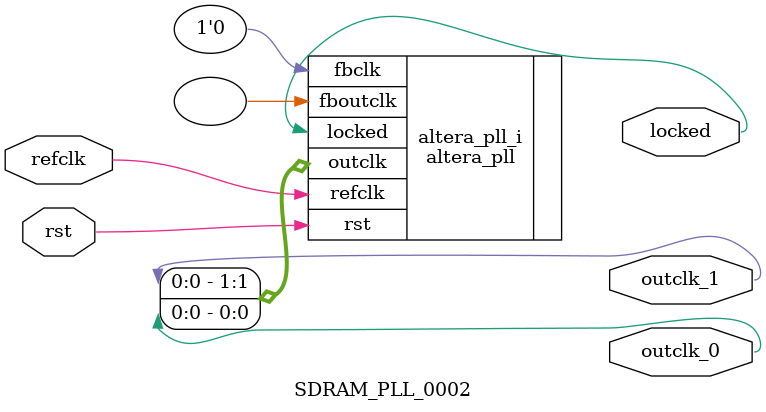
<source format=v>
`timescale 1ns/10ps
module  SDRAM_PLL_0002(

	// interface 'refclk'
	input wire refclk,

	// interface 'reset'
	input wire rst,

	// interface 'outclk0'
	output wire outclk_0,

	// interface 'outclk1'
	output wire outclk_1,

	// interface 'locked'
	output wire locked
);

	altera_pll #(
		.fractional_vco_multiplier("false"),
		.reference_clock_frequency("50.0 MHz"),
		.operation_mode("direct"),
		.number_of_clocks(2),
		.output_clock_frequency0("100.000000 MHz"),
		.phase_shift0("0 ps"),
		.duty_cycle0(50),
		.output_clock_frequency1("100.000000 MHz"),
		.phase_shift1("7500 ps"),
		.duty_cycle1(50),
		.output_clock_frequency2("0 MHz"),
		.phase_shift2("0 ps"),
		.duty_cycle2(50),
		.output_clock_frequency3("0 MHz"),
		.phase_shift3("0 ps"),
		.duty_cycle3(50),
		.output_clock_frequency4("0 MHz"),
		.phase_shift4("0 ps"),
		.duty_cycle4(50),
		.output_clock_frequency5("0 MHz"),
		.phase_shift5("0 ps"),
		.duty_cycle5(50),
		.output_clock_frequency6("0 MHz"),
		.phase_shift6("0 ps"),
		.duty_cycle6(50),
		.output_clock_frequency7("0 MHz"),
		.phase_shift7("0 ps"),
		.duty_cycle7(50),
		.output_clock_frequency8("0 MHz"),
		.phase_shift8("0 ps"),
		.duty_cycle8(50),
		.output_clock_frequency9("0 MHz"),
		.phase_shift9("0 ps"),
		.duty_cycle9(50),
		.output_clock_frequency10("0 MHz"),
		.phase_shift10("0 ps"),
		.duty_cycle10(50),
		.output_clock_frequency11("0 MHz"),
		.phase_shift11("0 ps"),
		.duty_cycle11(50),
		.output_clock_frequency12("0 MHz"),
		.phase_shift12("0 ps"),
		.duty_cycle12(50),
		.output_clock_frequency13("0 MHz"),
		.phase_shift13("0 ps"),
		.duty_cycle13(50),
		.output_clock_frequency14("0 MHz"),
		.phase_shift14("0 ps"),
		.duty_cycle14(50),
		.output_clock_frequency15("0 MHz"),
		.phase_shift15("0 ps"),
		.duty_cycle15(50),
		.output_clock_frequency16("0 MHz"),
		.phase_shift16("0 ps"),
		.duty_cycle16(50),
		.output_clock_frequency17("0 MHz"),
		.phase_shift17("0 ps"),
		.duty_cycle17(50),
		.pll_type("General"),
		.pll_subtype("General")
	) altera_pll_i (
		.rst	(rst),
		.outclk	({outclk_1, outclk_0}),
		.locked	(locked),
		.fboutclk	( ),
		.fbclk	(1'b0),
		.refclk	(refclk)
	);
endmodule


</source>
